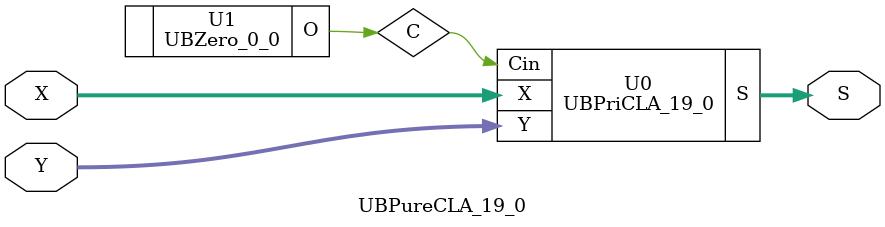
<source format=v>
/*----------------------------------------------------------------------------
  Copyright (c) 2021 Homma laboratory. All rights reserved.

  Top module: UBCLA_19_0_19_0

  Operand-1 length: 20
  Operand-2 length: 20
  Two-operand addition algorithm: Carry look-ahead adder
----------------------------------------------------------------------------*/

module GPGenerator(Go, Po, A, B);
  output Go;
  output Po;
  input A;
  input B;
  assign Go = A & B;
  assign Po = A ^ B;
endmodule

module CLAUnit_20(C, G, P, Cin);
  output [20:1] C;
  input Cin;
  input [19:0] G;
  input [19:0] P;
  assign C[1] = G[0] | ( P[0] & Cin );
  assign C[2] = G[1] | ( P[1] & G[0] ) | ( P[1] & P[0] & Cin );
  assign C[3] = G[2] | ( P[2] & G[1] ) | ( P[2] & P[1] & G[0] ) | ( P[2] & P[1] & P[0] & Cin );
  assign C[4] = G[3] | ( P[3] & G[2] ) | ( P[3] & P[2] & G[1] ) | ( P[3] & P[2] & P[1] & G[0] ) | ( P[3] & P[2] & P[1] & P[0] & Cin );
  assign C[5] = G[4] | ( P[4] & G[3] ) | ( P[4] & P[3] & G[2] ) | ( P[4] & P[3] & P[2] & G[1] ) | ( P[4] & P[3] & P[2] & P[1] & G[0] ) | ( P[4] & P[3] & P[2] & P[1] & P[0] & Cin );
  assign C[6] = G[5] | ( P[5] & G[4] ) | ( P[5] & P[4] & G[3] ) | ( P[5] & P[4] & P[3] & G[2] ) | ( P[5] & P[4] & P[3] & P[2] & G[1] ) | ( P[5] & P[4] & P[3] & P[2] & P[1] & G[0] ) | ( P[5] & P[4] & P[3]
 & P[2] & P[1] & P[0] & Cin );
  assign C[7] = G[6] | ( P[6] & G[5] ) | ( P[6] & P[5] & G[4] ) | ( P[6] & P[5] & P[4] & G[3] ) | ( P[6] & P[5] & P[4] & P[3] & G[2] ) | ( P[6] & P[5] & P[4] & P[3] & P[2] & G[1] ) | ( P[6] & P[5] & P[4]
 & P[3] & P[2] & P[1] & G[0] ) | ( P[6] & P[5] & P[4] & P[3] & P[2] & P[1] & P[0] & Cin );
  assign C[8] = G[7] | ( P[7] & G[6] ) | ( P[7] & P[6] & G[5] ) | ( P[7] & P[6] & P[5] & G[4] ) | ( P[7] & P[6] & P[5] & P[4] & G[3] ) | ( P[7] & P[6] & P[5] & P[4] & P[3] & G[2] ) | ( P[7] & P[6] & P[5]
 & P[4] & P[3] & P[2] & G[1] ) | ( P[7] & P[6] & P[5] & P[4] & P[3] & P[2] & P[1] & G[0] ) | ( P[7] & P[6] & P[5] & P[4] & P[3] & P[2] & P[1] & P[0] & Cin );
  assign C[9] = G[8] | ( P[8] & G[7] ) | ( P[8] & P[7] & G[6] ) | ( P[8] & P[7] & P[6] & G[5] ) | ( P[8] & P[7] & P[6] & P[5] & G[4] ) | ( P[8] & P[7] & P[6] & P[5] & P[4] & G[3] ) | ( P[8] & P[7] & P[6]
 & P[5] & P[4] & P[3] & G[2] ) | ( P[8] & P[7] & P[6] & P[5] & P[4] & P[3] & P[2] & G[1] ) | ( P[8] & P[7] & P[6] & P[5] & P[4] & P[3] & P[2] & P[1] & G[0] ) | ( P[8] & P[7] & P[6] & P[5] & P[4] & P[3]
 & P[2] & P[1] & P[0] & Cin );
  assign C[10] = G[9] | ( P[9] & G[8] ) | ( P[9] & P[8] & G[7] ) | ( P[9] & P[8] & P[7] & G[6] ) | ( P[9] & P[8] & P[7] & P[6] & G[5] ) | ( P[9] & P[8] & P[7] & P[6] & P[5] & G[4] ) | ( P[9] & P[8] & P[7]
 & P[6] & P[5] & P[4] & G[3] ) | ( P[9] & P[8] & P[7] & P[6] & P[5] & P[4] & P[3] & G[2] ) | ( P[9] & P[8] & P[7] & P[6] & P[5] & P[4] & P[3] & P[2] & G[1] ) | ( P[9] & P[8] & P[7] & P[6] & P[5] & P[4]
 & P[3] & P[2] & P[1] & G[0] ) | ( P[9] & P[8] & P[7] & P[6] & P[5] & P[4] & P[3] & P[2] & P[1] & P[0] & Cin );
  assign C[11] = G[10] | ( P[10] & G[9] ) | ( P[10] & P[9] & G[8] ) | ( P[10] & P[9] & P[8] & G[7] ) | ( P[10] & P[9] & P[8] & P[7] & G[6] ) | ( P[10] & P[9] & P[8] & P[7] & P[6] & G[5] ) | ( P[10] & P[9]
 & P[8] & P[7] & P[6] & P[5] & G[4] ) | ( P[10] & P[9] & P[8] & P[7] & P[6] & P[5] & P[4] & G[3] ) | ( P[10] & P[9] & P[8] & P[7] & P[6] & P[5] & P[4] & P[3] & G[2] ) | ( P[10] & P[9] & P[8] & P[7] & P[6]
 & P[5] & P[4] & P[3] & P[2] & G[1] ) | ( P[10] & P[9] & P[8] & P[7] & P[6] & P[5] & P[4] & P[3] & P[2] & P[1] & G[0] ) | ( P[10] & P[9] & P[8] & P[7] & P[6] & P[5] & P[4] & P[3] & P[2] & P[1] & P[0] &
 Cin );
  assign C[12] = G[11] | ( P[11] & G[10] ) | ( P[11] & P[10] & G[9] ) | ( P[11] & P[10] & P[9] & G[8] ) | ( P[11] & P[10] & P[9] & P[8] & G[7] ) | ( P[11] & P[10] & P[9] & P[8] & P[7] & G[6] ) | ( P[11]
 & P[10] & P[9] & P[8] & P[7] & P[6] & G[5] ) | ( P[11] & P[10] & P[9] & P[8] & P[7] & P[6] & P[5] & G[4] ) | ( P[11] & P[10] & P[9] & P[8] & P[7] & P[6] & P[5] & P[4] & G[3] ) | ( P[11] & P[10] & P[9]
 & P[8] & P[7] & P[6] & P[5] & P[4] & P[3] & G[2] ) | ( P[11] & P[10] & P[9] & P[8] & P[7] & P[6] & P[5] & P[4] & P[3] & P[2] & G[1] ) | ( P[11] & P[10] & P[9] & P[8] & P[7] & P[6] & P[5] & P[4] & P[3]
 & P[2] & P[1] & G[0] ) | ( P[11] & P[10] & P[9] & P[8] & P[7] & P[6] & P[5] & P[4] & P[3] & P[2] & P[1] & P[0] & Cin );
  assign C[13] = G[12] | ( P[12] & G[11] ) | ( P[12] & P[11] & G[10] ) | ( P[12] & P[11] & P[10] & G[9] ) | ( P[12] & P[11] & P[10] & P[9] & G[8] ) | ( P[12] & P[11] & P[10] & P[9] & P[8] & G[7] ) | ( P[12]
 & P[11] & P[10] & P[9] & P[8] & P[7] & G[6] ) | ( P[12] & P[11] & P[10] & P[9] & P[8] & P[7] & P[6] & G[5] ) | ( P[12] & P[11] & P[10] & P[9] & P[8] & P[7] & P[6] & P[5] & G[4] ) | ( P[12] & P[11] & P[10]
 & P[9] & P[8] & P[7] & P[6] & P[5] & P[4] & G[3] ) | ( P[12] & P[11] & P[10] & P[9] & P[8] & P[7] & P[6] & P[5] & P[4] & P[3] & G[2] ) | ( P[12] & P[11] & P[10] & P[9] & P[8] & P[7] & P[6] & P[5] & P[4]
 & P[3] & P[2] & G[1] ) | ( P[12] & P[11] & P[10] & P[9] & P[8] & P[7] & P[6] & P[5] & P[4] & P[3] & P[2] & P[1] & G[0] ) | ( P[12] & P[11] & P[10] & P[9] & P[8] & P[7] & P[6] & P[5] & P[4] & P[3] & P[2]
 & P[1] & P[0] & Cin );
  assign C[14] = G[13] | ( P[13] & G[12] ) | ( P[13] & P[12] & G[11] ) | ( P[13] & P[12] & P[11] & G[10] ) | ( P[13] & P[12] & P[11] & P[10] & G[9] ) | ( P[13] & P[12] & P[11] & P[10] & P[9] & G[8] ) |
 ( P[13] & P[12] & P[11] & P[10] & P[9] & P[8] & G[7] ) | ( P[13] & P[12] & P[11] & P[10] & P[9] & P[8] & P[7] & G[6] ) | ( P[13] & P[12] & P[11] & P[10] & P[9] & P[8] & P[7] & P[6] & G[5] ) | ( P[13] &
 P[12] & P[11] & P[10] & P[9] & P[8] & P[7] & P[6] & P[5] & G[4] ) | ( P[13] & P[12] & P[11] & P[10] & P[9] & P[8] & P[7] & P[6] & P[5] & P[4] & G[3] ) | ( P[13] & P[12] & P[11] & P[10] & P[9] & P[8] &
 P[7] & P[6] & P[5] & P[4] & P[3] & G[2] ) | ( P[13] & P[12] & P[11] & P[10] & P[9] & P[8] & P[7] & P[6] & P[5] & P[4] & P[3] & P[2] & G[1] ) | ( P[13] & P[12] & P[11] & P[10] & P[9] & P[8] & P[7] & P[6]
 & P[5] & P[4] & P[3] & P[2] & P[1] & G[0] ) | ( P[13] & P[12] & P[11] & P[10] & P[9] & P[8] & P[7] & P[6] & P[5] & P[4] & P[3] & P[2] & P[1] & P[0] & Cin );
  assign C[15] = G[14] | ( P[14] & G[13] ) | ( P[14] & P[13] & G[12] ) | ( P[14] & P[13] & P[12] & G[11] ) | ( P[14] & P[13] & P[12] & P[11] & G[10] ) | ( P[14] & P[13] & P[12] & P[11] & P[10] & G[9] )
 | ( P[14] & P[13] & P[12] & P[11] & P[10] & P[9] & G[8] ) | ( P[14] & P[13] & P[12] & P[11] & P[10] & P[9] & P[8] & G[7] ) | ( P[14] & P[13] & P[12] & P[11] & P[10] & P[9] & P[8] & P[7] & G[6] ) | ( P[14]
 & P[13] & P[12] & P[11] & P[10] & P[9] & P[8] & P[7] & P[6] & G[5] ) | ( P[14] & P[13] & P[12] & P[11] & P[10] & P[9] & P[8] & P[7] & P[6] & P[5] & G[4] ) | ( P[14] & P[13] & P[12] & P[11] & P[10] & P[9]
 & P[8] & P[7] & P[6] & P[5] & P[4] & G[3] ) | ( P[14] & P[13] & P[12] & P[11] & P[10] & P[9] & P[8] & P[7] & P[6] & P[5] & P[4] & P[3] & G[2] ) | ( P[14] & P[13] & P[12] & P[11] & P[10] & P[9] & P[8] &
 P[7] & P[6] & P[5] & P[4] & P[3] & P[2] & G[1] ) | ( P[14] & P[13] & P[12] & P[11] & P[10] & P[9] & P[8] & P[7] & P[6] & P[5] & P[4] & P[3] & P[2] & P[1] & G[0] ) | ( P[14] & P[13] & P[12] & P[11] & P[10]
 & P[9] & P[8] & P[7] & P[6] & P[5] & P[4] & P[3] & P[2] & P[1] & P[0] & Cin );
  assign C[16] = G[15] | ( P[15] & G[14] ) | ( P[15] & P[14] & G[13] ) | ( P[15] & P[14] & P[13] & G[12] ) | ( P[15] & P[14] & P[13] & P[12] & G[11] ) | ( P[15] & P[14] & P[13] & P[12] & P[11] & G[10] )
 | ( P[15] & P[14] & P[13] & P[12] & P[11] & P[10] & G[9] ) | ( P[15] & P[14] & P[13] & P[12] & P[11] & P[10] & P[9] & G[8] ) | ( P[15] & P[14] & P[13] & P[12] & P[11] & P[10] & P[9] & P[8] & G[7] ) | (
 P[15] & P[14] & P[13] & P[12] & P[11] & P[10] & P[9] & P[8] & P[7] & G[6] ) | ( P[15] & P[14] & P[13] & P[12] & P[11] & P[10] & P[9] & P[8] & P[7] & P[6] & G[5] ) | ( P[15] & P[14] & P[13] & P[12] & P[11]
 & P[10] & P[9] & P[8] & P[7] & P[6] & P[5] & G[4] ) | ( P[15] & P[14] & P[13] & P[12] & P[11] & P[10] & P[9] & P[8] & P[7] & P[6] & P[5] & P[4] & G[3] ) | ( P[15] & P[14] & P[13] & P[12] & P[11] & P[10]
 & P[9] & P[8] & P[7] & P[6] & P[5] & P[4] & P[3] & G[2] ) | ( P[15] & P[14] & P[13] & P[12] & P[11] & P[10] & P[9] & P[8] & P[7] & P[6] & P[5] & P[4] & P[3] & P[2] & G[1] ) | ( P[15] & P[14] & P[13] &
 P[12] & P[11] & P[10] & P[9] & P[8] & P[7] & P[6] & P[5] & P[4] & P[3] & P[2] & P[1] & G[0] ) | ( P[15] & P[14] & P[13] & P[12] & P[11] & P[10] & P[9] & P[8] & P[7] & P[6] & P[5] & P[4] & P[3] & P[2] &
 P[1] & P[0] & Cin );
  assign C[17] = G[16] | ( P[16] & G[15] ) | ( P[16] & P[15] & G[14] ) | ( P[16] & P[15] & P[14] & G[13] ) | ( P[16] & P[15] & P[14] & P[13] & G[12] ) | ( P[16] & P[15] & P[14] & P[13] & P[12] & G[11] )
 | ( P[16] & P[15] & P[14] & P[13] & P[12] & P[11] & G[10] ) | ( P[16] & P[15] & P[14] & P[13] & P[12] & P[11] & P[10] & G[9] ) | ( P[16] & P[15] & P[14] & P[13] & P[12] & P[11] & P[10] & P[9] & G[8] )
 | ( P[16] & P[15] & P[14] & P[13] & P[12] & P[11] & P[10] & P[9] & P[8] & G[7] ) | ( P[16] & P[15] & P[14] & P[13] & P[12] & P[11] & P[10] & P[9] & P[8] & P[7] & G[6] ) | ( P[16] & P[15] & P[14] & P[13]
 & P[12] & P[11] & P[10] & P[9] & P[8] & P[7] & P[6] & G[5] ) | ( P[16] & P[15] & P[14] & P[13] & P[12] & P[11] & P[10] & P[9] & P[8] & P[7] & P[6] & P[5] & G[4] ) | ( P[16] & P[15] & P[14] & P[13] & P[12]
 & P[11] & P[10] & P[9] & P[8] & P[7] & P[6] & P[5] & P[4] & G[3] ) | ( P[16] & P[15] & P[14] & P[13] & P[12] & P[11] & P[10] & P[9] & P[8] & P[7] & P[6] & P[5] & P[4] & P[3] & G[2] ) | ( P[16] & P[15]
 & P[14] & P[13] & P[12] & P[11] & P[10] & P[9] & P[8] & P[7] & P[6] & P[5] & P[4] & P[3] & P[2] & G[1] ) | ( P[16] & P[15] & P[14] & P[13] & P[12] & P[11] & P[10] & P[9] & P[8] & P[7] & P[6] & P[5] & P[4]
 & P[3] & P[2] & P[1] & G[0] ) | ( P[16] & P[15] & P[14] & P[13] & P[12] & P[11] & P[10] & P[9] & P[8] & P[7] & P[6] & P[5] & P[4] & P[3] & P[2] & P[1] & P[0] & Cin );
  assign C[18] = G[17] | ( P[17] & G[16] ) | ( P[17] & P[16] & G[15] ) | ( P[17] & P[16] & P[15] & G[14] ) | ( P[17] & P[16] & P[15] & P[14] & G[13] ) | ( P[17] & P[16] & P[15] & P[14] & P[13] & G[12] )
 | ( P[17] & P[16] & P[15] & P[14] & P[13] & P[12] & G[11] ) | ( P[17] & P[16] & P[15] & P[14] & P[13] & P[12] & P[11] & G[10] ) | ( P[17] & P[16] & P[15] & P[14] & P[13] & P[12] & P[11] & P[10] & G[9]
 ) | ( P[17] & P[16] & P[15] & P[14] & P[13] & P[12] & P[11] & P[10] & P[9] & G[8] ) | ( P[17] & P[16] & P[15] & P[14] & P[13] & P[12] & P[11] & P[10] & P[9] & P[8] & G[7] ) | ( P[17] & P[16] & P[15] &
 P[14] & P[13] & P[12] & P[11] & P[10] & P[9] & P[8] & P[7] & G[6] ) | ( P[17] & P[16] & P[15] & P[14] & P[13] & P[12] & P[11] & P[10] & P[9] & P[8] & P[7] & P[6] & G[5] ) | ( P[17] & P[16] & P[15] & P[14]
 & P[13] & P[12] & P[11] & P[10] & P[9] & P[8] & P[7] & P[6] & P[5] & G[4] ) | ( P[17] & P[16] & P[15] & P[14] & P[13] & P[12] & P[11] & P[10] & P[9] & P[8] & P[7] & P[6] & P[5] & P[4] & G[3] ) | ( P[17]
 & P[16] & P[15] & P[14] & P[13] & P[12] & P[11] & P[10] & P[9] & P[8] & P[7] & P[6] & P[5] & P[4] & P[3] & G[2] ) | ( P[17] & P[16] & P[15] & P[14] & P[13] & P[12] & P[11] & P[10] & P[9] & P[8] & P[7]
 & P[6] & P[5] & P[4] & P[3] & P[2] & G[1] ) | ( P[17] & P[16] & P[15] & P[14] & P[13] & P[12] & P[11] & P[10] & P[9] & P[8] & P[7] & P[6] & P[5] & P[4] & P[3] & P[2] & P[1] & G[0] ) | ( P[17] & P[16] &
 P[15] & P[14] & P[13] & P[12] & P[11] & P[10] & P[9] & P[8] & P[7] & P[6] & P[5] & P[4] & P[3] & P[2] & P[1] & P[0] & Cin );
  assign C[19] = G[18] | ( P[18] & G[17] ) | ( P[18] & P[17] & G[16] ) | ( P[18] & P[17] & P[16] & G[15] ) | ( P[18] & P[17] & P[16] & P[15] & G[14] ) | ( P[18] & P[17] & P[16] & P[15] & P[14] & G[13] )
 | ( P[18] & P[17] & P[16] & P[15] & P[14] & P[13] & G[12] ) | ( P[18] & P[17] & P[16] & P[15] & P[14] & P[13] & P[12] & G[11] ) | ( P[18] & P[17] & P[16] & P[15] & P[14] & P[13] & P[12] & P[11] & G[10]
 ) | ( P[18] & P[17] & P[16] & P[15] & P[14] & P[13] & P[12] & P[11] & P[10] & G[9] ) | ( P[18] & P[17] & P[16] & P[15] & P[14] & P[13] & P[12] & P[11] & P[10] & P[9] & G[8] ) | ( P[18] & P[17] & P[16]
 & P[15] & P[14] & P[13] & P[12] & P[11] & P[10] & P[9] & P[8] & G[7] ) | ( P[18] & P[17] & P[16] & P[15] & P[14] & P[13] & P[12] & P[11] & P[10] & P[9] & P[8] & P[7] & G[6] ) | ( P[18] & P[17] & P[16]
 & P[15] & P[14] & P[13] & P[12] & P[11] & P[10] & P[9] & P[8] & P[7] & P[6] & G[5] ) | ( P[18] & P[17] & P[16] & P[15] & P[14] & P[13] & P[12] & P[11] & P[10] & P[9] & P[8] & P[7] & P[6] & P[5] & G[4]
 ) | ( P[18] & P[17] & P[16] & P[15] & P[14] & P[13] & P[12] & P[11] & P[10] & P[9] & P[8] & P[7] & P[6] & P[5] & P[4] & G[3] ) | ( P[18] & P[17] & P[16] & P[15] & P[14] & P[13] & P[12] & P[11] & P[10]
 & P[9] & P[8] & P[7] & P[6] & P[5] & P[4] & P[3] & G[2] ) | ( P[18] & P[17] & P[16] & P[15] & P[14] & P[13] & P[12] & P[11] & P[10] & P[9] & P[8] & P[7] & P[6] & P[5] & P[4] & P[3] & P[2] & G[1] ) | (
 P[18] & P[17] & P[16] & P[15] & P[14] & P[13] & P[12] & P[11] & P[10] & P[9] & P[8] & P[7] & P[6] & P[5] & P[4] & P[3] & P[2] & P[1] & G[0] ) | ( P[18] & P[17] & P[16] & P[15] & P[14] & P[13] & P[12] &
 P[11] & P[10] & P[9] & P[8] & P[7] & P[6] & P[5] & P[4] & P[3] & P[2] & P[1] & P[0] & Cin );
  assign C[20] = G[19] | ( P[19] & G[18] ) | ( P[19] & P[18] & G[17] ) | ( P[19] & P[18] & P[17] & G[16] ) | ( P[19] & P[18] & P[17] & P[16] & G[15] ) | ( P[19] & P[18] & P[17] & P[16] & P[15] & G[14] )
 | ( P[19] & P[18] & P[17] & P[16] & P[15] & P[14] & G[13] ) | ( P[19] & P[18] & P[17] & P[16] & P[15] & P[14] & P[13] & G[12] ) | ( P[19] & P[18] & P[17] & P[16] & P[15] & P[14] & P[13] & P[12] & G[11]
 ) | ( P[19] & P[18] & P[17] & P[16] & P[15] & P[14] & P[13] & P[12] & P[11] & G[10] ) | ( P[19] & P[18] & P[17] & P[16] & P[15] & P[14] & P[13] & P[12] & P[11] & P[10] & G[9] ) | ( P[19] & P[18] & P[17]
 & P[16] & P[15] & P[14] & P[13] & P[12] & P[11] & P[10] & P[9] & G[8] ) | ( P[19] & P[18] & P[17] & P[16] & P[15] & P[14] & P[13] & P[12] & P[11] & P[10] & P[9] & P[8] & G[7] ) | ( P[19] & P[18] & P[17]
 & P[16] & P[15] & P[14] & P[13] & P[12] & P[11] & P[10] & P[9] & P[8] & P[7] & G[6] ) | ( P[19] & P[18] & P[17] & P[16] & P[15] & P[14] & P[13] & P[12] & P[11] & P[10] & P[9] & P[8] & P[7] & P[6] & G[5]
 ) | ( P[19] & P[18] & P[17] & P[16] & P[15] & P[14] & P[13] & P[12] & P[11] & P[10] & P[9] & P[8] & P[7] & P[6] & P[5] & G[4] ) | ( P[19] & P[18] & P[17] & P[16] & P[15] & P[14] & P[13] & P[12] & P[11]
 & P[10] & P[9] & P[8] & P[7] & P[6] & P[5] & P[4] & G[3] ) | ( P[19] & P[18] & P[17] & P[16] & P[15] & P[14] & P[13] & P[12] & P[11] & P[10] & P[9] & P[8] & P[7] & P[6] & P[5] & P[4] & P[3] & G[2] ) |
 ( P[19] & P[18] & P[17] & P[16] & P[15] & P[14] & P[13] & P[12] & P[11] & P[10] & P[9] & P[8] & P[7] & P[6] & P[5] & P[4] & P[3] & P[2] & G[1] ) | ( P[19] & P[18] & P[17] & P[16] & P[15] & P[14] & P[13]
 & P[12] & P[11] & P[10] & P[9] & P[8] & P[7] & P[6] & P[5] & P[4] & P[3] & P[2] & P[1] & G[0] ) | ( P[19] & P[18] & P[17] & P[16] & P[15] & P[14] & P[13] & P[12] & P[11] & P[10] & P[9] & P[8] & P[7] &
 P[6] & P[5] & P[4] & P[3] & P[2] & P[1] & P[0] & Cin );
endmodule

module UBPriCLA_19_0(S, X, Y, Cin);
  output [20:0] S;
  input Cin;
  input [19:0] X;
  input [19:0] Y;
  wire [20:1] C;
  wire [19:0] G;
  wire [19:0] P;
  assign S[0] = Cin ^ P[0];
  assign S[1] = C[1] ^ P[1];
  assign S[2] = C[2] ^ P[2];
  assign S[3] = C[3] ^ P[3];
  assign S[4] = C[4] ^ P[4];
  assign S[5] = C[5] ^ P[5];
  assign S[6] = C[6] ^ P[6];
  assign S[7] = C[7] ^ P[7];
  assign S[8] = C[8] ^ P[8];
  assign S[9] = C[9] ^ P[9];
  assign S[10] = C[10] ^ P[10];
  assign S[11] = C[11] ^ P[11];
  assign S[12] = C[12] ^ P[12];
  assign S[13] = C[13] ^ P[13];
  assign S[14] = C[14] ^ P[14];
  assign S[15] = C[15] ^ P[15];
  assign S[16] = C[16] ^ P[16];
  assign S[17] = C[17] ^ P[17];
  assign S[18] = C[18] ^ P[18];
  assign S[19] = C[19] ^ P[19];
  assign S[20] = C[20];
  GPGenerator U0 (G[0], P[0], X[0], Y[0]);
  GPGenerator U1 (G[1], P[1], X[1], Y[1]);
  GPGenerator U2 (G[2], P[2], X[2], Y[2]);
  GPGenerator U3 (G[3], P[3], X[3], Y[3]);
  GPGenerator U4 (G[4], P[4], X[4], Y[4]);
  GPGenerator U5 (G[5], P[5], X[5], Y[5]);
  GPGenerator U6 (G[6], P[6], X[6], Y[6]);
  GPGenerator U7 (G[7], P[7], X[7], Y[7]);
  GPGenerator U8 (G[8], P[8], X[8], Y[8]);
  GPGenerator U9 (G[9], P[9], X[9], Y[9]);
  GPGenerator U10 (G[10], P[10], X[10], Y[10]);
  GPGenerator U11 (G[11], P[11], X[11], Y[11]);
  GPGenerator U12 (G[12], P[12], X[12], Y[12]);
  GPGenerator U13 (G[13], P[13], X[13], Y[13]);
  GPGenerator U14 (G[14], P[14], X[14], Y[14]);
  GPGenerator U15 (G[15], P[15], X[15], Y[15]);
  GPGenerator U16 (G[16], P[16], X[16], Y[16]);
  GPGenerator U17 (G[17], P[17], X[17], Y[17]);
  GPGenerator U18 (G[18], P[18], X[18], Y[18]);
  GPGenerator U19 (G[19], P[19], X[19], Y[19]);
  CLAUnit_20 U20 (C, G, P, Cin);
endmodule

module UBZero_0_0(O);
  output [0:0] O;
  assign O[0] = 0;
endmodule

module UBCLA_19_0_19_0 (S, X, Y);
  output [20:0] S;
  input [19:0] X;
  input [19:0] Y;
  UBPureCLA_19_0 U0 (S[20:0], X[19:0], Y[19:0]);
endmodule

module UBPureCLA_19_0 (S, X, Y);
  output [20:0] S;
  input [19:0] X;
  input [19:0] Y;
  wire C;
  UBPriCLA_19_0 U0 (S, X, Y, C);
  UBZero_0_0 U1 (C);
endmodule


</source>
